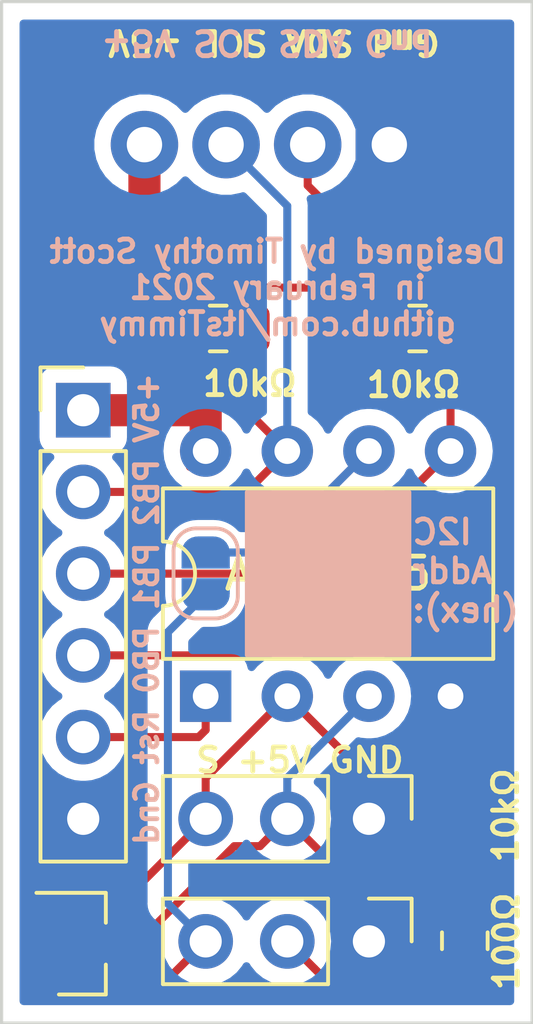
<source format=kicad_pcb>
(kicad_pcb (version 20171130) (host pcbnew "(5.1.0-0)")

  (general
    (thickness 1.6)
    (drawings 17)
    (tracks 59)
    (zones 0)
    (modules 11)
    (nets 11)
  )

  (page A4)
  (layers
    (0 F.Cu signal)
    (31 B.Cu signal)
    (32 B.Adhes user hide)
    (33 F.Adhes user hide)
    (34 B.Paste user hide)
    (35 F.Paste user hide)
    (36 B.SilkS user)
    (37 F.SilkS user)
    (38 B.Mask user)
    (39 F.Mask user)
    (40 Dwgs.User user hide)
    (41 Cmts.User user hide)
    (42 Eco1.User user hide)
    (43 Eco2.User user hide)
    (44 Edge.Cuts user)
    (45 Margin user hide)
    (46 B.CrtYd user hide)
    (47 F.CrtYd user hide)
    (48 B.Fab user hide)
    (49 F.Fab user hide)
  )

  (setup
    (last_trace_width 0.25)
    (user_trace_width 0.25)
    (user_trace_width 0.5)
    (user_trace_width 0.75)
    (user_trace_width 1)
    (trace_clearance 0.2)
    (zone_clearance 0.508)
    (zone_45_only no)
    (trace_min 0.2)
    (via_size 0.8)
    (via_drill 0.4)
    (via_min_size 0.4)
    (via_min_drill 0.3)
    (uvia_size 0.3)
    (uvia_drill 0.1)
    (uvias_allowed no)
    (uvia_min_size 0.2)
    (uvia_min_drill 0.1)
    (edge_width 0.05)
    (segment_width 0.2)
    (pcb_text_width 0.3)
    (pcb_text_size 1.5 1.5)
    (mod_edge_width 0.12)
    (mod_text_size 1 1)
    (mod_text_width 0.15)
    (pad_size 1.8 1.8)
    (pad_drill 1.2)
    (pad_to_mask_clearance 0.051)
    (solder_mask_min_width 0.25)
    (aux_axis_origin 0 0)
    (visible_elements FFFFFF7F)
    (pcbplotparams
      (layerselection 0x010fc_ffffffff)
      (usegerberextensions false)
      (usegerberattributes false)
      (usegerberadvancedattributes false)
      (creategerberjobfile false)
      (excludeedgelayer true)
      (linewidth 0.100000)
      (plotframeref false)
      (viasonmask false)
      (mode 1)
      (useauxorigin false)
      (hpglpennumber 1)
      (hpglpenspeed 20)
      (hpglpendiameter 15.000000)
      (psnegative false)
      (psa4output false)
      (plotreference true)
      (plotvalue true)
      (plotinvisibletext false)
      (padsonsilk false)
      (subtractmaskfromsilk false)
      (outputformat 1)
      (mirror false)
      (drillshape 1)
      (scaleselection 1)
      (outputdirectory ""))
  )

  (net 0 "")
  (net 1 "Net-(I2CConnection1-Pad2)")
  (net 2 "Net-(I2CConnection1-Pad3)")
  (net 3 +5V)
  (net 4 GND)
  (net 5 "Net-(MCU1-Pad2)")
  (net 6 "Net-(MCU1-Pad3)")
  (net 7 "Net-(J1-Pad5)")
  (net 8 "Net-(J1-Pad3)")
  (net 9 "Net-(J2-Pad2)")
  (net 10 "Net-(J2-Pad3)")

  (net_class Default "This is the default net class."
    (clearance 0.2)
    (trace_width 0.25)
    (via_dia 0.8)
    (via_drill 0.4)
    (uvia_dia 0.3)
    (uvia_drill 0.1)
    (add_net +5V)
    (add_net GND)
    (add_net "Net-(I2CConnection1-Pad2)")
    (add_net "Net-(I2CConnection1-Pad3)")
    (add_net "Net-(J1-Pad3)")
    (add_net "Net-(J1-Pad5)")
    (add_net "Net-(J2-Pad2)")
    (add_net "Net-(J2-Pad3)")
    (add_net "Net-(MCU1-Pad2)")
    (add_net "Net-(MCU1-Pad3)")
  )

  (module TerminalBlock_TE-Connectivity:TerminalBlock_TE_282834-4_1x04_P2.54mm_Horizontal (layer F.Cu) (tedit 60315AB1) (tstamp 60315B47)
    (at 50.165 43.815 180)
    (descr "Terminal Block TE 282834-4, 4 pins, pitch 2.54mm, size 10.620000000000001x6.5mm^2, drill diamater 1.1mm, pad diameter 2.1mm, see http://www.te.com/commerce/DocumentDelivery/DDEController?Action=showdoc&DocId=Customer+Drawing%7F282834%7FC1%7Fpdf%7FEnglish%7FENG_CD_282834_C1.pdf, script-generated using https://github.com/pointhi/kicad-footprint-generator/scripts/TerminalBlock_TE-Connectivity")
    (tags "THT Terminal Block TE 282834-4 pitch 2.54mm size 10.620000000000001x6.5mm^2 drill 1.1mm pad 2.1mm")
    (path /602ADF12)
    (fp_text reference I2CConnection1 (at 3.81 -4.37 180) (layer F.SilkS) hide
      (effects (font (size 1 1) (thickness 0.15)))
    )
    (fp_text value Conn_01x04 (at 3.81 4.37 180) (layer F.Fab)
      (effects (font (size 1 1) (thickness 0.15)))
    )
    (fp_circle (center 0 0) (end 1.1 0) (layer F.Fab) (width 0.1))
    (fp_circle (center 2.54 0) (end 3.64 0) (layer F.Fab) (width 0.1))
    (fp_circle (center 5.08 0) (end 6.18 0) (layer F.Fab) (width 0.1))
    (fp_circle (center 7.62 0) (end 8.72 0) (layer F.Fab) (width 0.1))
    (fp_line (start -1.5 -3.25) (end 9.12 -3.25) (layer F.Fab) (width 0.1))
    (fp_line (start 9.12 -3.25) (end 9.12 3.25) (layer F.Fab) (width 0.1))
    (fp_line (start 9.12 3.25) (end -1.1 3.25) (layer F.Fab) (width 0.1))
    (fp_line (start -1.1 3.25) (end -1.5 2.85) (layer F.Fab) (width 0.1))
    (fp_line (start -1.5 2.85) (end -1.5 -3.25) (layer F.Fab) (width 0.1))
    (fp_line (start -1.5 2.85) (end 9.12 2.85) (layer F.Fab) (width 0.1))
    (fp_line (start -1.5 -2.25) (end 9.12 -2.25) (layer F.Fab) (width 0.1))
    (fp_line (start 0.835 -0.7) (end -0.701 0.835) (layer F.Fab) (width 0.1))
    (fp_line (start 0.701 -0.835) (end -0.835 0.7) (layer F.Fab) (width 0.1))
    (fp_line (start 3.375 -0.7) (end 1.84 0.835) (layer F.Fab) (width 0.1))
    (fp_line (start 3.241 -0.835) (end 1.706 0.7) (layer F.Fab) (width 0.1))
    (fp_line (start 5.915 -0.7) (end 4.38 0.835) (layer F.Fab) (width 0.1))
    (fp_line (start 5.781 -0.835) (end 4.246 0.7) (layer F.Fab) (width 0.1))
    (fp_line (start 8.455 -0.7) (end 6.92 0.835) (layer F.Fab) (width 0.1))
    (fp_line (start 8.321 -0.835) (end 6.786 0.7) (layer F.Fab) (width 0.1))
    (fp_line (start -2 -3.75) (end -2 3.75) (layer F.CrtYd) (width 0.05))
    (fp_line (start -2 3.75) (end 9.63 3.75) (layer F.CrtYd) (width 0.05))
    (fp_line (start 9.63 3.75) (end 9.63 -3.75) (layer F.CrtYd) (width 0.05))
    (fp_line (start 9.63 -3.75) (end -2 -3.75) (layer F.CrtYd) (width 0.05))
    (fp_text user %R (at 3.81 2 180) (layer F.Fab)
      (effects (font (size 1 1) (thickness 0.15)))
    )
    (pad 1 thru_hole rect (at 0 0 180) (size 2.1 2.1) (drill 1.1) (layers *.Cu *.Mask)
      (net 4 GND))
    (pad 2 thru_hole circle (at 2.54 0 180) (size 2.1 2.1) (drill 1.1) (layers *.Cu *.Mask)
      (net 1 "Net-(I2CConnection1-Pad2)"))
    (pad 3 thru_hole circle (at 5.08 0 180) (size 2.1 2.1) (drill 1.1) (layers *.Cu *.Mask)
      (net 2 "Net-(I2CConnection1-Pad3)"))
    (pad 4 thru_hole circle (at 7.62 0 180) (size 2.1 2.1) (drill 1.1) (layers *.Cu *.Mask)
      (net 3 +5V))
    (model ${KISYS3DMOD}/TerminalBlock_TE-Connectivity.3dshapes/TerminalBlock_TE_282834-4_1x04_P2.54mm_Horizontal.wrl
      (at (xyz 0 0 0))
      (scale (xyz 1 1 1))
      (rotate (xyz 0 0 0))
    )
  )

  (module Jumper:SolderJumper-2_P1.3mm_Open_RoundedPad1.0x1.5mm (layer B.Cu) (tedit 5B391E66) (tstamp 60307251)
    (at 44.45 57.142929 90)
    (descr "SMD Solder Jumper, 1x1.5mm, rounded Pads, 0.3mm gap, open")
    (tags "solder jumper open")
    (path /603111C4)
    (attr virtual)
    (fp_text reference JP1 (at 0 1.8 90) (layer B.SilkS) hide
      (effects (font (size 1 1) (thickness 0.15)) (justify mirror))
    )
    (fp_text value Jumper_NO_Small (at 0 -1.9 90) (layer B.Fab)
      (effects (font (size 1 1) (thickness 0.15)) (justify mirror))
    )
    (fp_arc (start 0.7 0.3) (end 1.4 0.3) (angle 90) (layer B.SilkS) (width 0.12))
    (fp_arc (start 0.7 -0.3) (end 0.7 -1) (angle 90) (layer B.SilkS) (width 0.12))
    (fp_arc (start -0.7 -0.3) (end -1.4 -0.3) (angle 90) (layer B.SilkS) (width 0.12))
    (fp_arc (start -0.7 0.3) (end -0.7 1) (angle 90) (layer B.SilkS) (width 0.12))
    (fp_line (start -1.4 -0.3) (end -1.4 0.3) (layer B.SilkS) (width 0.12))
    (fp_line (start 0.7 -1) (end -0.7 -1) (layer B.SilkS) (width 0.12))
    (fp_line (start 1.4 0.3) (end 1.4 -0.3) (layer B.SilkS) (width 0.12))
    (fp_line (start -0.7 1) (end 0.7 1) (layer B.SilkS) (width 0.12))
    (fp_line (start -1.65 1.25) (end 1.65 1.25) (layer B.CrtYd) (width 0.05))
    (fp_line (start -1.65 1.25) (end -1.65 -1.25) (layer B.CrtYd) (width 0.05))
    (fp_line (start 1.65 -1.25) (end 1.65 1.25) (layer B.CrtYd) (width 0.05))
    (fp_line (start 1.65 -1.25) (end -1.65 -1.25) (layer B.CrtYd) (width 0.05))
    (pad 1 smd custom (at -0.65 0 90) (size 1 0.5) (layers B.Cu B.Mask)
      (net 10 "Net-(J2-Pad3)") (zone_connect 2)
      (options (clearance outline) (anchor rect))
      (primitives
        (gr_circle (center 0 -0.25) (end 0.5 -0.25) (width 0))
        (gr_circle (center 0 0.25) (end 0.5 0.25) (width 0))
        (gr_poly (pts
           (xy 0 0.75) (xy 0.5 0.75) (xy 0.5 -0.75) (xy 0 -0.75)) (width 0))
      ))
    (pad 2 smd custom (at 0.65 0 90) (size 1 0.5) (layers B.Cu B.Mask)
      (net 8 "Net-(J1-Pad3)") (zone_connect 2)
      (options (clearance outline) (anchor rect))
      (primitives
        (gr_circle (center 0 -0.25) (end 0.5 -0.25) (width 0))
        (gr_circle (center 0 0.25) (end 0.5 0.25) (width 0))
        (gr_poly (pts
           (xy 0 0.75) (xy -0.5 0.75) (xy -0.5 -0.75) (xy 0 -0.75)) (width 0))
      ))
  )

  (module Resistor_SMD:R_0805_2012Metric_Pad1.15x1.40mm_HandSolder (layer F.Cu) (tedit 602C811E) (tstamp 602C871B)
    (at 52.540669 64.380792 270)
    (descr "Resistor SMD 0805 (2012 Metric), square (rectangular) end terminal, IPC_7351 nominal with elongated pad for handsoldering. (Body size source: https://docs.google.com/spreadsheets/d/1BsfQQcO9C6DZCsRaXUlFlo91Tg2WpOkGARC1WS5S8t0/edit?usp=sharing), generated with kicad-footprint-generator")
    (tags "resistor handsolder")
    (path /602CACC9)
    (attr smd)
    (fp_text reference R3 (at 0 -1.65 270) (layer F.SilkS) hide
      (effects (font (size 1 1) (thickness 0.15)))
    )
    (fp_text value 10k (at 0 1.65 270) (layer F.Fab)
      (effects (font (size 1 1) (thickness 0.15)))
    )
    (fp_line (start -1 0.6) (end -1 -0.6) (layer F.Fab) (width 0.1))
    (fp_line (start -1 -0.6) (end 1 -0.6) (layer F.Fab) (width 0.1))
    (fp_line (start 1 -0.6) (end 1 0.6) (layer F.Fab) (width 0.1))
    (fp_line (start 1 0.6) (end -1 0.6) (layer F.Fab) (width 0.1))
    (fp_line (start -1.85 0.95) (end -1.85 -0.95) (layer F.CrtYd) (width 0.05))
    (fp_line (start -1.85 -0.95) (end 1.85 -0.95) (layer F.CrtYd) (width 0.05))
    (fp_line (start 1.85 -0.95) (end 1.85 0.95) (layer F.CrtYd) (width 0.05))
    (fp_line (start 1.85 0.95) (end -1.85 0.95) (layer F.CrtYd) (width 0.05))
    (fp_text user %R (at 0 0 270) (layer F.Fab)
      (effects (font (size 0.5 0.5) (thickness 0.08)))
    )
    (pad 1 smd roundrect (at -1.025 0 270) (size 1.15 1.4) (layers F.Cu F.Paste F.Mask) (roundrect_rratio 0.217391)
      (net 5 "Net-(MCU1-Pad2)"))
    (pad 2 smd roundrect (at 1.025 0 270) (size 1.15 1.4) (layers F.Cu F.Paste F.Mask) (roundrect_rratio 0.217391)
      (net 4 GND))
    (model ${KISYS3DMOD}/Resistor_SMD.3dshapes/R_0805_2012Metric.wrl
      (at (xyz 0 0 0))
      (scale (xyz 1 1 1))
      (rotate (xyz 0 0 0))
    )
  )

  (module Resistor_SMD:R_0805_2012Metric_Pad1.15x1.40mm_HandSolder (layer F.Cu) (tedit 5B36C52B) (tstamp 602B7725)
    (at 51.045 49.53)
    (descr "Resistor SMD 0805 (2012 Metric), square (rectangular) end terminal, IPC_7351 nominal with elongated pad for handsoldering. (Body size source: https://docs.google.com/spreadsheets/d/1BsfQQcO9C6DZCsRaXUlFlo91Tg2WpOkGARC1WS5S8t0/edit?usp=sharing), generated with kicad-footprint-generator")
    (tags "resistor handsolder")
    (path /602CC853)
    (attr smd)
    (fp_text reference I2C_Pullup_SCL1 (at 0 -1.65) (layer F.SilkS) hide
      (effects (font (size 1 1) (thickness 0.15)))
    )
    (fp_text value 10k (at 0 1.65) (layer F.Fab)
      (effects (font (size 1 1) (thickness 0.15)))
    )
    (fp_text user %R (at 0 0) (layer F.Fab)
      (effects (font (size 0.5 0.5) (thickness 0.08)))
    )
    (fp_line (start 1.85 0.95) (end -1.85 0.95) (layer F.CrtYd) (width 0.05))
    (fp_line (start 1.85 -0.95) (end 1.85 0.95) (layer F.CrtYd) (width 0.05))
    (fp_line (start -1.85 -0.95) (end 1.85 -0.95) (layer F.CrtYd) (width 0.05))
    (fp_line (start -1.85 0.95) (end -1.85 -0.95) (layer F.CrtYd) (width 0.05))
    (fp_line (start -0.261252 0.71) (end 0.261252 0.71) (layer F.SilkS) (width 0.12))
    (fp_line (start -0.261252 -0.71) (end 0.261252 -0.71) (layer F.SilkS) (width 0.12))
    (fp_line (start 1 0.6) (end -1 0.6) (layer F.Fab) (width 0.1))
    (fp_line (start 1 -0.6) (end 1 0.6) (layer F.Fab) (width 0.1))
    (fp_line (start -1 -0.6) (end 1 -0.6) (layer F.Fab) (width 0.1))
    (fp_line (start -1 0.6) (end -1 -0.6) (layer F.Fab) (width 0.1))
    (pad 2 smd roundrect (at 1.025 0) (size 1.15 1.4) (layers F.Cu F.Paste F.Mask) (roundrect_rratio 0.217391)
      (net 1 "Net-(I2CConnection1-Pad2)"))
    (pad 1 smd roundrect (at -1.025 0) (size 1.15 1.4) (layers F.Cu F.Paste F.Mask) (roundrect_rratio 0.217391)
      (net 3 +5V))
    (model ${KISYS3DMOD}/Resistor_SMD.3dshapes/R_0805_2012Metric.wrl
      (at (xyz 0 0 0))
      (scale (xyz 1 1 1))
      (rotate (xyz 0 0 0))
    )
  )

  (module Resistor_SMD:R_0805_2012Metric_Pad1.15x1.40mm_HandSolder (layer F.Cu) (tedit 5B36C52B) (tstamp 602B7736)
    (at 44.84 49.53)
    (descr "Resistor SMD 0805 (2012 Metric), square (rectangular) end terminal, IPC_7351 nominal with elongated pad for handsoldering. (Body size source: https://docs.google.com/spreadsheets/d/1BsfQQcO9C6DZCsRaXUlFlo91Tg2WpOkGARC1WS5S8t0/edit?usp=sharing), generated with kicad-footprint-generator")
    (tags "resistor handsolder")
    (path /602C8F78)
    (attr smd)
    (fp_text reference I2C_Pullup_SDA1 (at 0 -1.65) (layer F.SilkS) hide
      (effects (font (size 1 1) (thickness 0.15)))
    )
    (fp_text value 10k (at 0 1.65) (layer F.Fab)
      (effects (font (size 1 1) (thickness 0.15)))
    )
    (fp_line (start -1 0.6) (end -1 -0.6) (layer F.Fab) (width 0.1))
    (fp_line (start -1 -0.6) (end 1 -0.6) (layer F.Fab) (width 0.1))
    (fp_line (start 1 -0.6) (end 1 0.6) (layer F.Fab) (width 0.1))
    (fp_line (start 1 0.6) (end -1 0.6) (layer F.Fab) (width 0.1))
    (fp_line (start -0.261252 -0.71) (end 0.261252 -0.71) (layer F.SilkS) (width 0.12))
    (fp_line (start -0.261252 0.71) (end 0.261252 0.71) (layer F.SilkS) (width 0.12))
    (fp_line (start -1.85 0.95) (end -1.85 -0.95) (layer F.CrtYd) (width 0.05))
    (fp_line (start -1.85 -0.95) (end 1.85 -0.95) (layer F.CrtYd) (width 0.05))
    (fp_line (start 1.85 -0.95) (end 1.85 0.95) (layer F.CrtYd) (width 0.05))
    (fp_line (start 1.85 0.95) (end -1.85 0.95) (layer F.CrtYd) (width 0.05))
    (fp_text user %R (at 0 0) (layer F.Fab)
      (effects (font (size 0.5 0.5) (thickness 0.08)))
    )
    (pad 1 smd roundrect (at -1.025 0) (size 1.15 1.4) (layers F.Cu F.Paste F.Mask) (roundrect_rratio 0.217391)
      (net 3 +5V))
    (pad 2 smd roundrect (at 1.025 0) (size 1.15 1.4) (layers F.Cu F.Paste F.Mask) (roundrect_rratio 0.217391)
      (net 2 "Net-(I2CConnection1-Pad3)"))
    (model ${KISYS3DMOD}/Resistor_SMD.3dshapes/R_0805_2012Metric.wrl
      (at (xyz 0 0 0))
      (scale (xyz 1 1 1))
      (rotate (xyz 0 0 0))
    )
  )

  (module Package_DIP:DIP-8_W7.62mm (layer F.Cu) (tedit 5A02E8C5) (tstamp 602B776C)
    (at 44.45 60.96 90)
    (descr "8-lead though-hole mounted DIP package, row spacing 7.62 mm (300 mils)")
    (tags "THT DIP DIL PDIP 2.54mm 7.62mm 300mil")
    (path /6029EE90)
    (fp_text reference MCU1 (at 3.81 -2.33 90) (layer F.SilkS) hide
      (effects (font (size 1 1) (thickness 0.15)))
    )
    (fp_text value ATtiny85-20PU (at 3.81 9.95 90) (layer F.Fab)
      (effects (font (size 1 1) (thickness 0.15)))
    )
    (fp_arc (start 3.81 -1.33) (end 2.81 -1.33) (angle -180) (layer F.SilkS) (width 0.12))
    (fp_line (start 1.635 -1.27) (end 6.985 -1.27) (layer F.Fab) (width 0.1))
    (fp_line (start 6.985 -1.27) (end 6.985 8.89) (layer F.Fab) (width 0.1))
    (fp_line (start 6.985 8.89) (end 0.635 8.89) (layer F.Fab) (width 0.1))
    (fp_line (start 0.635 8.89) (end 0.635 -0.27) (layer F.Fab) (width 0.1))
    (fp_line (start 0.635 -0.27) (end 1.635 -1.27) (layer F.Fab) (width 0.1))
    (fp_line (start 2.81 -1.33) (end 1.16 -1.33) (layer F.SilkS) (width 0.12))
    (fp_line (start 1.16 -1.33) (end 1.16 8.95) (layer F.SilkS) (width 0.12))
    (fp_line (start 1.16 8.95) (end 6.46 8.95) (layer F.SilkS) (width 0.12))
    (fp_line (start 6.46 8.95) (end 6.46 -1.33) (layer F.SilkS) (width 0.12))
    (fp_line (start 6.46 -1.33) (end 4.81 -1.33) (layer F.SilkS) (width 0.12))
    (fp_line (start -1.1 -1.55) (end -1.1 9.15) (layer F.CrtYd) (width 0.05))
    (fp_line (start -1.1 9.15) (end 8.7 9.15) (layer F.CrtYd) (width 0.05))
    (fp_line (start 8.7 9.15) (end 8.7 -1.55) (layer F.CrtYd) (width 0.05))
    (fp_line (start 8.7 -1.55) (end -1.1 -1.55) (layer F.CrtYd) (width 0.05))
    (fp_text user %R (at 3.81 3.81 90) (layer F.Fab)
      (effects (font (size 1 1) (thickness 0.15)))
    )
    (pad 1 thru_hole rect (at 0 0 90) (size 1.6 1.6) (drill 0.8) (layers *.Cu *.Mask)
      (net 7 "Net-(J1-Pad5)"))
    (pad 5 thru_hole oval (at 7.62 7.62 90) (size 1.6 1.6) (drill 0.8) (layers *.Cu *.Mask)
      (net 1 "Net-(I2CConnection1-Pad2)"))
    (pad 2 thru_hole oval (at 0 2.54 90) (size 1.6 1.6) (drill 0.8) (layers *.Cu *.Mask)
      (net 5 "Net-(MCU1-Pad2)"))
    (pad 6 thru_hole oval (at 7.62 5.08 90) (size 1.6 1.6) (drill 0.8) (layers *.Cu *.Mask)
      (net 8 "Net-(J1-Pad3)"))
    (pad 3 thru_hole oval (at 0 5.08 90) (size 1.6 1.6) (drill 0.8) (layers *.Cu *.Mask)
      (net 6 "Net-(MCU1-Pad3)"))
    (pad 7 thru_hole oval (at 7.62 2.54 90) (size 1.6 1.6) (drill 0.8) (layers *.Cu *.Mask)
      (net 2 "Net-(I2CConnection1-Pad3)"))
    (pad 4 thru_hole oval (at 0 7.62 90) (size 1.6 1.6) (drill 0.8) (layers *.Cu *.Mask)
      (net 4 GND))
    (pad 8 thru_hole oval (at 7.62 0 90) (size 1.6 1.6) (drill 0.8) (layers *.Cu *.Mask)
      (net 3 +5V))
    (model ${KISYS3DMOD}/Package_DIP.3dshapes/DIP-8_W7.62mm.wrl
      (at (xyz 0 0 0))
      (scale (xyz 1 1 1))
      (rotate (xyz 0 0 0))
    )
  )

  (module Connector_PinHeader_2.54mm:PinHeader_1x06_P2.54mm_Vertical (layer F.Cu) (tedit 59FED5CC) (tstamp 602B3D6A)
    (at 40.64 52.07)
    (descr "Through hole straight pin header, 1x06, 2.54mm pitch, single row")
    (tags "Through hole pin header THT 1x06 2.54mm single row")
    (path /602C5DB4)
    (fp_text reference J1 (at 0 -2.33) (layer F.SilkS) hide
      (effects (font (size 1 1) (thickness 0.15)))
    )
    (fp_text value Conn_01x06_Female (at 0 15.03) (layer F.Fab)
      (effects (font (size 1 1) (thickness 0.15)))
    )
    (fp_line (start -0.635 -1.27) (end 1.27 -1.27) (layer F.Fab) (width 0.1))
    (fp_line (start 1.27 -1.27) (end 1.27 13.97) (layer F.Fab) (width 0.1))
    (fp_line (start 1.27 13.97) (end -1.27 13.97) (layer F.Fab) (width 0.1))
    (fp_line (start -1.27 13.97) (end -1.27 -0.635) (layer F.Fab) (width 0.1))
    (fp_line (start -1.27 -0.635) (end -0.635 -1.27) (layer F.Fab) (width 0.1))
    (fp_line (start -1.33 14.03) (end 1.33 14.03) (layer F.SilkS) (width 0.12))
    (fp_line (start -1.33 1.27) (end -1.33 14.03) (layer F.SilkS) (width 0.12))
    (fp_line (start 1.33 1.27) (end 1.33 14.03) (layer F.SilkS) (width 0.12))
    (fp_line (start -1.33 1.27) (end 1.33 1.27) (layer F.SilkS) (width 0.12))
    (fp_line (start -1.33 0) (end -1.33 -1.33) (layer F.SilkS) (width 0.12))
    (fp_line (start -1.33 -1.33) (end 0 -1.33) (layer F.SilkS) (width 0.12))
    (fp_line (start -1.8 -1.8) (end -1.8 14.5) (layer F.CrtYd) (width 0.05))
    (fp_line (start -1.8 14.5) (end 1.8 14.5) (layer F.CrtYd) (width 0.05))
    (fp_line (start 1.8 14.5) (end 1.8 -1.8) (layer F.CrtYd) (width 0.05))
    (fp_line (start 1.8 -1.8) (end -1.8 -1.8) (layer F.CrtYd) (width 0.05))
    (fp_text user %R (at 0 6.35 90) (layer F.Fab)
      (effects (font (size 1 1) (thickness 0.15)))
    )
    (pad 1 thru_hole rect (at 0 0) (size 1.7 1.7) (drill 1) (layers *.Cu *.Mask)
      (net 3 +5V))
    (pad 2 thru_hole oval (at 0 2.54) (size 1.7 1.7) (drill 1) (layers *.Cu *.Mask)
      (net 2 "Net-(I2CConnection1-Pad3)"))
    (pad 3 thru_hole oval (at 0 5.08) (size 1.7 1.7) (drill 1) (layers *.Cu *.Mask)
      (net 8 "Net-(J1-Pad3)"))
    (pad 4 thru_hole oval (at 0 7.62) (size 1.7 1.7) (drill 1) (layers *.Cu *.Mask)
      (net 1 "Net-(I2CConnection1-Pad2)"))
    (pad 5 thru_hole oval (at 0 10.16) (size 1.7 1.7) (drill 1) (layers *.Cu *.Mask)
      (net 7 "Net-(J1-Pad5)"))
    (pad 6 thru_hole oval (at 0 12.7) (size 1.7 1.7) (drill 1) (layers *.Cu *.Mask)
      (net 4 GND))
    (model ${KISYS3DMOD}/Connector_PinHeader_2.54mm.3dshapes/PinHeader_1x06_P2.54mm_Vertical.wrl
      (at (xyz 0 0 0))
      (scale (xyz 1 1 1))
      (rotate (xyz 0 0 0))
    )
  )

  (module Package_TO_SOT_SMD:SOT-23 (layer F.Cu) (tedit 5A02FF57) (tstamp 602C874F)
    (at 40.583516 68.650871)
    (descr "SOT-23, Standard")
    (tags SOT-23)
    (path /602C820F)
    (attr smd)
    (fp_text reference Q1 (at 0 -2.5) (layer F.SilkS) hide
      (effects (font (size 1 1) (thickness 0.15)))
    )
    (fp_text value 2N3904 (at 0 2.5) (layer F.Fab)
      (effects (font (size 1 1) (thickness 0.15)))
    )
    (fp_text user %R (at 0 0 90) (layer F.Fab)
      (effects (font (size 0.5 0.5) (thickness 0.075)))
    )
    (fp_line (start -0.7 -0.95) (end -0.7 1.5) (layer F.Fab) (width 0.1))
    (fp_line (start -0.15 -1.52) (end 0.7 -1.52) (layer F.Fab) (width 0.1))
    (fp_line (start -0.7 -0.95) (end -0.15 -1.52) (layer F.Fab) (width 0.1))
    (fp_line (start 0.7 -1.52) (end 0.7 1.52) (layer F.Fab) (width 0.1))
    (fp_line (start -0.7 1.52) (end 0.7 1.52) (layer F.Fab) (width 0.1))
    (fp_line (start 0.76 1.58) (end 0.76 0.65) (layer F.SilkS) (width 0.12))
    (fp_line (start 0.76 -1.58) (end 0.76 -0.65) (layer F.SilkS) (width 0.12))
    (fp_line (start -1.7 -1.75) (end 1.7 -1.75) (layer F.CrtYd) (width 0.05))
    (fp_line (start 1.7 -1.75) (end 1.7 1.75) (layer F.CrtYd) (width 0.05))
    (fp_line (start 1.7 1.75) (end -1.7 1.75) (layer F.CrtYd) (width 0.05))
    (fp_line (start -1.7 1.75) (end -1.7 -1.75) (layer F.CrtYd) (width 0.05))
    (fp_line (start 0.76 -1.58) (end -1.4 -1.58) (layer F.SilkS) (width 0.12))
    (fp_line (start 0.76 1.58) (end -0.7 1.58) (layer F.SilkS) (width 0.12))
    (pad 1 smd rect (at -1 -0.95) (size 0.9 0.8) (layers F.Cu F.Paste F.Mask)
      (net 5 "Net-(MCU1-Pad2)"))
    (pad 2 smd rect (at -1 0.95) (size 0.9 0.8) (layers F.Cu F.Paste F.Mask)
      (net 10 "Net-(J2-Pad3)"))
    (pad 3 smd rect (at 1 0) (size 0.9 0.8) (layers F.Cu F.Paste F.Mask)
      (net 6 "Net-(MCU1-Pad3)"))
    (model ${KISYS3DMOD}/Package_TO_SOT_SMD.3dshapes/SOT-23.wrl
      (at (xyz 0 0 0))
      (scale (xyz 1 1 1))
      (rotate (xyz 0 0 0))
    )
  )

  (module Resistor_SMD:R_0805_2012Metric_Pad1.15x1.40mm_HandSolder (layer F.Cu) (tedit 5B36C52B) (tstamp 602C86EB)
    (at 52.514238 68.560694 270)
    (descr "Resistor SMD 0805 (2012 Metric), square (rectangular) end terminal, IPC_7351 nominal with elongated pad for handsoldering. (Body size source: https://docs.google.com/spreadsheets/d/1BsfQQcO9C6DZCsRaXUlFlo91Tg2WpOkGARC1WS5S8t0/edit?usp=sharing), generated with kicad-footprint-generator")
    (tags "resistor handsolder")
    (path /602CC4B8)
    (attr smd)
    (fp_text reference R4 (at 0 -1.65 270) (layer F.SilkS) hide
      (effects (font (size 1 1) (thickness 0.15)))
    )
    (fp_text value 100 (at 0 1.65 270) (layer F.Fab)
      (effects (font (size 1 1) (thickness 0.15)))
    )
    (fp_text user %R (at 0 0 270) (layer F.Fab)
      (effects (font (size 0.5 0.5) (thickness 0.08)))
    )
    (fp_line (start 1.85 0.95) (end -1.85 0.95) (layer F.CrtYd) (width 0.05))
    (fp_line (start 1.85 -0.95) (end 1.85 0.95) (layer F.CrtYd) (width 0.05))
    (fp_line (start -1.85 -0.95) (end 1.85 -0.95) (layer F.CrtYd) (width 0.05))
    (fp_line (start -1.85 0.95) (end -1.85 -0.95) (layer F.CrtYd) (width 0.05))
    (fp_line (start -0.261252 0.71) (end 0.261252 0.71) (layer F.SilkS) (width 0.12))
    (fp_line (start -0.261252 -0.71) (end 0.261252 -0.71) (layer F.SilkS) (width 0.12))
    (fp_line (start 1 0.6) (end -1 0.6) (layer F.Fab) (width 0.1))
    (fp_line (start 1 -0.6) (end 1 0.6) (layer F.Fab) (width 0.1))
    (fp_line (start -1 -0.6) (end 1 -0.6) (layer F.Fab) (width 0.1))
    (fp_line (start -1 0.6) (end -1 -0.6) (layer F.Fab) (width 0.1))
    (pad 2 smd roundrect (at 1.025 0 270) (size 1.15 1.4) (layers F.Cu F.Paste F.Mask) (roundrect_rratio 0.217391)
      (net 9 "Net-(J2-Pad2)"))
    (pad 1 smd roundrect (at -1.025 0 270) (size 1.15 1.4) (layers F.Cu F.Paste F.Mask) (roundrect_rratio 0.217391)
      (net 6 "Net-(MCU1-Pad3)"))
    (model ${KISYS3DMOD}/Resistor_SMD.3dshapes/R_0805_2012Metric.wrl
      (at (xyz 0 0 0))
      (scale (xyz 1 1 1))
      (rotate (xyz 0 0 0))
    )
  )

  (module Connector_PinHeader_2.54mm:PinHeader_1x03_P2.54mm_Vertical (layer F.Cu) (tedit 59FED5CC) (tstamp 602CE127)
    (at 49.53 64.77 270)
    (descr "Through hole straight pin header, 1x03, 2.54mm pitch, single row")
    (tags "Through hole pin header THT 1x03 2.54mm single row")
    (path /602CE4CB)
    (fp_text reference MoistureSensor1 (at 0 -2.33 270) (layer F.SilkS) hide
      (effects (font (size 1 1) (thickness 0.15)))
    )
    (fp_text value Conn_01x03 (at 0 7.41 270) (layer F.Fab)
      (effects (font (size 1 1) (thickness 0.15)))
    )
    (fp_line (start -0.635 -1.27) (end 1.27 -1.27) (layer F.Fab) (width 0.1))
    (fp_line (start 1.27 -1.27) (end 1.27 6.35) (layer F.Fab) (width 0.1))
    (fp_line (start 1.27 6.35) (end -1.27 6.35) (layer F.Fab) (width 0.1))
    (fp_line (start -1.27 6.35) (end -1.27 -0.635) (layer F.Fab) (width 0.1))
    (fp_line (start -1.27 -0.635) (end -0.635 -1.27) (layer F.Fab) (width 0.1))
    (fp_line (start -1.33 6.41) (end 1.33 6.41) (layer F.SilkS) (width 0.12))
    (fp_line (start -1.33 1.27) (end -1.33 6.41) (layer F.SilkS) (width 0.12))
    (fp_line (start 1.33 1.27) (end 1.33 6.41) (layer F.SilkS) (width 0.12))
    (fp_line (start -1.33 1.27) (end 1.33 1.27) (layer F.SilkS) (width 0.12))
    (fp_line (start -1.33 0) (end -1.33 -1.33) (layer F.SilkS) (width 0.12))
    (fp_line (start -1.33 -1.33) (end 0 -1.33) (layer F.SilkS) (width 0.12))
    (fp_line (start -1.8 -1.8) (end -1.8 6.85) (layer F.CrtYd) (width 0.05))
    (fp_line (start -1.8 6.85) (end 1.8 6.85) (layer F.CrtYd) (width 0.05))
    (fp_line (start 1.8 6.85) (end 1.8 -1.8) (layer F.CrtYd) (width 0.05))
    (fp_line (start 1.8 -1.8) (end -1.8 -1.8) (layer F.CrtYd) (width 0.05))
    (fp_text user %R (at 0 2.54) (layer F.Fab)
      (effects (font (size 1 1) (thickness 0.15)))
    )
    (pad 1 thru_hole rect (at 0 0 270) (size 1.7 1.7) (drill 1) (layers *.Cu *.Mask)
      (net 4 GND))
    (pad 2 thru_hole oval (at 0 2.54 270) (size 1.7 1.7) (drill 1) (layers *.Cu *.Mask)
      (net 6 "Net-(MCU1-Pad3)"))
    (pad 3 thru_hole oval (at 0 5.08 270) (size 1.7 1.7) (drill 1) (layers *.Cu *.Mask)
      (net 5 "Net-(MCU1-Pad2)"))
    (model ${KISYS3DMOD}/Connector_PinHeader_2.54mm.3dshapes/PinHeader_1x03_P2.54mm_Vertical.wrl
      (at (xyz 0 0 0))
      (scale (xyz 1 1 1))
      (rotate (xyz 0 0 0))
    )
  )

  (module Connector_PinHeader_2.54mm:PinHeader_1x03_P2.54mm_Vertical (layer F.Cu) (tedit 59FED5CC) (tstamp 60306E62)
    (at 49.53 68.58 270)
    (descr "Through hole straight pin header, 1x03, 2.54mm pitch, single row")
    (tags "Through hole pin header THT 1x03 2.54mm single row")
    (path /6030C837)
    (fp_text reference J2 (at 0 -2.33 270) (layer F.SilkS) hide
      (effects (font (size 1 1) (thickness 0.15)))
    )
    (fp_text value Conn_01x03 (at 0 7.41 270) (layer F.Fab)
      (effects (font (size 1 1) (thickness 0.15)))
    )
    (fp_line (start -0.635 -1.27) (end 1.27 -1.27) (layer F.Fab) (width 0.1))
    (fp_line (start 1.27 -1.27) (end 1.27 6.35) (layer F.Fab) (width 0.1))
    (fp_line (start 1.27 6.35) (end -1.27 6.35) (layer F.Fab) (width 0.1))
    (fp_line (start -1.27 6.35) (end -1.27 -0.635) (layer F.Fab) (width 0.1))
    (fp_line (start -1.27 -0.635) (end -0.635 -1.27) (layer F.Fab) (width 0.1))
    (fp_line (start -1.33 6.41) (end 1.33 6.41) (layer F.SilkS) (width 0.12))
    (fp_line (start -1.33 1.27) (end -1.33 6.41) (layer F.SilkS) (width 0.12))
    (fp_line (start 1.33 1.27) (end 1.33 6.41) (layer F.SilkS) (width 0.12))
    (fp_line (start -1.33 1.27) (end 1.33 1.27) (layer F.SilkS) (width 0.12))
    (fp_line (start -1.33 0) (end -1.33 -1.33) (layer F.SilkS) (width 0.12))
    (fp_line (start -1.33 -1.33) (end 0 -1.33) (layer F.SilkS) (width 0.12))
    (fp_line (start -1.8 -1.8) (end -1.8 6.85) (layer F.CrtYd) (width 0.05))
    (fp_line (start -1.8 6.85) (end 1.8 6.85) (layer F.CrtYd) (width 0.05))
    (fp_line (start 1.8 6.85) (end 1.8 -1.8) (layer F.CrtYd) (width 0.05))
    (fp_line (start 1.8 -1.8) (end -1.8 -1.8) (layer F.CrtYd) (width 0.05))
    (fp_text user %R (at 0 2.54) (layer F.Fab)
      (effects (font (size 1 1) (thickness 0.15)))
    )
    (pad 1 thru_hole rect (at 0 0 270) (size 1.7 1.7) (drill 1) (layers *.Cu *.Mask)
      (net 4 GND))
    (pad 2 thru_hole oval (at 0 2.54 270) (size 1.7 1.7) (drill 1) (layers *.Cu *.Mask)
      (net 9 "Net-(J2-Pad2)"))
    (pad 3 thru_hole oval (at 0 5.08 270) (size 1.7 1.7) (drill 1) (layers *.Cu *.Mask)
      (net 10 "Net-(J2-Pad3)"))
    (model ${KISYS3DMOD}/Connector_PinHeader_2.54mm.3dshapes/PinHeader_1x03_P2.54mm_Vertical.wrl
      (at (xyz 0 0 0))
      (scale (xyz 1 1 1))
      (rotate (xyz 0 0 0))
    )
  )

  (gr_text "2 plain analog sensors:\n  - No transistor or 10k resistor\n  - Bridge 100 ohm resistor and jumper on back\n1 soil moisture sensor:\n  - Populate all components\n  - Connect probes to bottom left 2 pins" (at 55.88 66.04) (layer Cmts.User)
    (effects (font (size 1 1) (thickness 0.15)) (justify left))
  )
  (gr_line (start 38.1 39.37) (end 54.61 39.37) (layer Edge.Cuts) (width 0.1))
  (gr_line (start 38.1 71.12) (end 38.1 39.37) (layer Edge.Cuts) (width 0.1))
  (gr_line (start 54.61 71.12) (end 38.1 71.12) (layer Edge.Cuts) (width 0.1))
  (gr_line (start 54.61 39.37) (end 54.61 71.12) (layer Edge.Cuts) (width 0.1))
  (gr_text 10kΩ (at 53.786178 64.662332 90) (layer F.SilkS) (tstamp 602CDF10)
    (effects (font (size 0.75 0.75) (thickness 0.15)))
  )
  (gr_text 100Ω (at 53.808663 68.578186 90) (layer F.SilkS) (tstamp 602CDE66)
    (effects (font (size 0.75 0.75) (thickness 0.15)))
  )
  (gr_poly (pts (xy 50.8 59.69) (xy 50.8 54.61) (xy 45.72 54.61) (xy 45.72 59.69)) (layer B.SilkS) (width 0.1))
  (gr_text "I2C\nAddr\n(hex):" (at 50.8 57.066203) (layer B.SilkS)
    (effects (font (size 0.75 0.75) (thickness 0.15)) (justify right mirror))
  )
  (gr_text "Designed by Timothy Scott\nin February 2021\ngithub.com/ItsTimmy" (at 46.694369 48.26) (layer B.SilkS)
    (effects (font (size 0.7 0.7) (thickness 0.15)) (justify mirror))
  )
  (gr_text "+5V SCL SDA Gnd" (at 46.355 40.64 180) (layer B.SilkS) (tstamp 602B9C33)
    (effects (font (size 0.75 0.75) (thickness 0.15)) (justify mirror))
  )
  (gr_text "S +5V GND" (at 47.38036 62.949972) (layer F.SilkS) (tstamp 602B935E)
    (effects (font (size 0.75 0.75) (thickness 0.15)))
  )
  (gr_text ATTiny85 (at 48.26 57.15) (layer F.SilkS)
    (effects (font (size 1 1) (thickness 0.15)))
  )
  (gr_text 10kΩ (at 50.923976 51.282067) (layer F.SilkS) (tstamp 602B4388)
    (effects (font (size 0.75 0.75) (thickness 0.15)))
  )
  (gr_text 10kΩ (at 45.827668 51.246178) (layer F.SilkS)
    (effects (font (size 0.75 0.75) (thickness 0.15)))
  )
  (gr_text "+5V PB2 PB1 PB0 Rst Gnd" (at 42.616534 58.251361 90) (layer B.SilkS) (tstamp 602B437D)
    (effects (font (size 0.7 0.7) (thickness 0.15)) (justify mirror))
  )
  (gr_text "Gnd SDA SCL +5V" (at 46.579614 40.64 180) (layer F.SilkS)
    (effects (font (size 0.75 0.75) (thickness 0.15)))
  )

  (segment (start 52.07 49.53) (end 52.07 53.34) (width 0.25) (layer F.Cu) (net 1))
  (segment (start 45.72 59.69) (end 52.07 53.34) (width 0.25) (layer F.Cu) (net 1))
  (segment (start 40.64 59.69) (end 45.72 59.69) (width 0.25) (layer F.Cu) (net 1))
  (segment (start 47.625 45.085) (end 47.625 43.815) (width 0.25) (layer F.Cu) (net 1))
  (segment (start 52.07 49.53) (end 47.625 45.085) (width 0.25) (layer F.Cu) (net 1))
  (segment (start 45.72 54.61) (end 46.99 53.34) (width 0.25) (layer F.Cu) (net 2))
  (segment (start 40.64 54.61) (end 45.72 54.61) (width 0.25) (layer F.Cu) (net 2))
  (segment (start 46.99 45.72) (end 45.085 43.815) (width 0.25) (layer B.Cu) (net 2))
  (segment (start 46.99 53.34) (end 46.99 45.72) (width 0.25) (layer B.Cu) (net 2))
  (segment (start 45.865 52.215) (end 46.99 53.34) (width 0.25) (layer F.Cu) (net 2))
  (segment (start 45.865 49.53) (end 45.865 52.215) (width 0.25) (layer F.Cu) (net 2))
  (segment (start 43.96 53.83) (end 44.45 53.34) (width 0.25) (layer F.Cu) (net 3))
  (segment (start 50.02 49.53) (end 48.75 48.26) (width 0.25) (layer F.Cu) (net 3))
  (segment (start 44.45 53.34) (end 44.45 52.07) (width 1) (layer F.Cu) (net 3))
  (segment (start 42.545 48.26) (end 43.815 49.53) (width 1) (layer F.Cu) (net 3))
  (segment (start 42.545 43.815) (end 42.545 48.26) (width 1) (layer F.Cu) (net 3))
  (segment (start 42.545 52.07) (end 44.45 52.07) (width 1) (layer F.Cu) (net 3))
  (segment (start 40.64 52.07) (end 42.545 52.07) (width 1) (layer F.Cu) (net 3))
  (segment (start 42.545 50.8) (end 42.545 52.07) (width 1) (layer F.Cu) (net 3))
  (segment (start 43.815 49.53) (end 42.545 50.8) (width 1) (layer F.Cu) (net 3))
  (segment (start 42.545 48.26) (end 42.545 50.8) (width 1) (layer F.Cu) (net 3))
  (segment (start 45.085 48.26) (end 48.75 48.26) (width 0.25) (layer F.Cu) (net 3))
  (segment (start 43.815 49.53) (end 45.085 48.26) (width 0.25) (layer F.Cu) (net 3))
  (segment (start 52.463928 61.353928) (end 52.07 60.96) (width 0.25) (layer F.Cu) (net 4))
  (segment (start 50.165792 65.405792) (end 49.53 64.77) (width 0.25) (layer F.Cu) (net 4))
  (segment (start 52.540669 65.405792) (end 50.165792 65.405792) (width 0.25) (layer F.Cu) (net 4))
  (segment (start 44.45 63.5) (end 46.99 60.96) (width 0.25) (layer F.Cu) (net 5))
  (segment (start 44.45 64.77) (end 44.45 63.5) (width 0.25) (layer F.Cu) (net 5))
  (segment (start 49.385792 63.355792) (end 46.99 60.96) (width 0.25) (layer F.Cu) (net 5))
  (segment (start 52.540669 63.355792) (end 49.385792 63.355792) (width 0.25) (layer F.Cu) (net 5))
  (segment (start 41.519129 67.700871) (end 44.45 64.77) (width 0.25) (layer F.Cu) (net 5))
  (segment (start 39.583516 67.700871) (end 41.519129 67.700871) (width 0.25) (layer F.Cu) (net 5))
  (segment (start 46.99 63.5) (end 49.53 60.96) (width 0.25) (layer B.Cu) (net 6))
  (segment (start 46.99 64.77) (end 46.99 63.5) (width 0.25) (layer B.Cu) (net 6))
  (segment (start 46.140001 65.619999) (end 46.99 64.77) (width 0.25) (layer F.Cu) (net 6))
  (segment (start 42.308131 68.650871) (end 45.339003 65.619999) (width 0.25) (layer F.Cu) (net 6))
  (segment (start 45.339003 65.619999) (end 46.140001 65.619999) (width 0.25) (layer F.Cu) (net 6))
  (segment (start 41.583516 68.650871) (end 42.308131 68.650871) (width 0.25) (layer F.Cu) (net 6))
  (segment (start 51.890866 66.912322) (end 52.514238 67.535694) (width 0.25) (layer F.Cu) (net 6))
  (segment (start 50.923545 65.945001) (end 51.890866 66.912322) (width 0.25) (layer F.Cu) (net 6))
  (segment (start 48.165001 65.945001) (end 50.923545 65.945001) (width 0.25) (layer F.Cu) (net 6))
  (segment (start 46.99 64.77) (end 48.165001 65.945001) (width 0.25) (layer F.Cu) (net 6))
  (segment (start 44.45 62.01) (end 44.45 60.96) (width 0.25) (layer F.Cu) (net 7))
  (segment (start 44.23 62.23) (end 44.45 62.01) (width 0.25) (layer F.Cu) (net 7))
  (segment (start 40.64 62.23) (end 44.23 62.23) (width 0.25) (layer F.Cu) (net 7))
  (segment (start 45.72 57.15) (end 49.53 53.34) (width 0.25) (layer F.Cu) (net 8))
  (segment (start 40.64 57.15) (end 45.72 57.15) (width 0.25) (layer F.Cu) (net 8))
  (segment (start 46.377071 56.492929) (end 49.53 53.34) (width 0.25) (layer B.Cu) (net 8))
  (segment (start 44.45 56.492929) (end 46.377071 56.492929) (width 0.25) (layer B.Cu) (net 8))
  (segment (start 48.619066 70.209066) (end 47.839999 69.429999) (width 0.25) (layer F.Cu) (net 9))
  (segment (start 47.839999 69.429999) (end 46.99 68.58) (width 0.25) (layer F.Cu) (net 9))
  (segment (start 51.890866 70.209066) (end 48.619066 70.209066) (width 0.25) (layer F.Cu) (net 9))
  (segment (start 52.514238 69.585694) (end 51.890866 70.209066) (width 0.25) (layer F.Cu) (net 9))
  (segment (start 43.600001 67.730001) (end 44.45 68.58) (width 0.25) (layer B.Cu) (net 10))
  (segment (start 43.274999 67.404999) (end 43.600001 67.730001) (width 0.25) (layer B.Cu) (net 10))
  (segment (start 43.274999 58.96793) (end 43.274999 67.404999) (width 0.25) (layer B.Cu) (net 10))
  (segment (start 44.45 57.792929) (end 43.274999 58.96793) (width 0.25) (layer B.Cu) (net 10))
  (segment (start 43.429129 69.600871) (end 44.45 68.58) (width 0.25) (layer F.Cu) (net 10))
  (segment (start 39.583516 69.600871) (end 43.429129 69.600871) (width 0.25) (layer F.Cu) (net 10))

  (zone (net 4) (net_name GND) (layer B.Cu) (tstamp 6030C1CB) (hatch edge 0.508)
    (connect_pads yes (clearance 0.508))
    (min_thickness 0.254)
    (fill yes (arc_segments 32) (thermal_gap 0.508) (thermal_bridge_width 0.508))
    (polygon
      (pts
        (xy 54.61 63.5) (xy 54.61 71.12) (xy 38.1 71.12) (xy 38.1 39.37) (xy 54.61 39.37)
      )
    )
    (filled_polygon
      (pts
        (xy 53.925001 70.435) (xy 38.785 70.435) (xy 38.785 54.61) (xy 39.147815 54.61) (xy 39.176487 54.901111)
        (xy 39.261401 55.181034) (xy 39.399294 55.439014) (xy 39.584866 55.665134) (xy 39.810986 55.850706) (xy 39.865791 55.88)
        (xy 39.810986 55.909294) (xy 39.584866 56.094866) (xy 39.399294 56.320986) (xy 39.261401 56.578966) (xy 39.176487 56.858889)
        (xy 39.147815 57.15) (xy 39.176487 57.441111) (xy 39.261401 57.721034) (xy 39.399294 57.979014) (xy 39.584866 58.205134)
        (xy 39.810986 58.390706) (xy 39.865791 58.42) (xy 39.810986 58.449294) (xy 39.584866 58.634866) (xy 39.399294 58.860986)
        (xy 39.261401 59.118966) (xy 39.176487 59.398889) (xy 39.147815 59.69) (xy 39.176487 59.981111) (xy 39.261401 60.261034)
        (xy 39.399294 60.519014) (xy 39.584866 60.745134) (xy 39.810986 60.930706) (xy 39.865791 60.96) (xy 39.810986 60.989294)
        (xy 39.584866 61.174866) (xy 39.399294 61.400986) (xy 39.261401 61.658966) (xy 39.176487 61.938889) (xy 39.147815 62.23)
        (xy 39.176487 62.521111) (xy 39.261401 62.801034) (xy 39.399294 63.059014) (xy 39.584866 63.285134) (xy 39.810986 63.470706)
        (xy 40.068966 63.608599) (xy 40.348889 63.693513) (xy 40.56705 63.715) (xy 40.71295 63.715) (xy 40.931111 63.693513)
        (xy 41.211034 63.608599) (xy 41.469014 63.470706) (xy 41.695134 63.285134) (xy 41.880706 63.059014) (xy 42.018599 62.801034)
        (xy 42.103513 62.521111) (xy 42.132185 62.23) (xy 42.103513 61.938889) (xy 42.018599 61.658966) (xy 41.880706 61.400986)
        (xy 41.695134 61.174866) (xy 41.469014 60.989294) (xy 41.414209 60.96) (xy 41.469014 60.930706) (xy 41.695134 60.745134)
        (xy 41.880706 60.519014) (xy 42.018599 60.261034) (xy 42.103513 59.981111) (xy 42.132185 59.69) (xy 42.103513 59.398889)
        (xy 42.018599 59.118966) (xy 41.880706 58.860986) (xy 41.695134 58.634866) (xy 41.469014 58.449294) (xy 41.414209 58.42)
        (xy 41.469014 58.390706) (xy 41.695134 58.205134) (xy 41.880706 57.979014) (xy 42.018599 57.721034) (xy 42.103513 57.441111)
        (xy 42.132185 57.15) (xy 42.103513 56.858889) (xy 42.018599 56.578966) (xy 41.880706 56.320986) (xy 41.695134 56.094866)
        (xy 41.469014 55.909294) (xy 41.414209 55.88) (xy 41.469014 55.850706) (xy 41.695134 55.665134) (xy 41.880706 55.439014)
        (xy 42.018599 55.181034) (xy 42.103513 54.901111) (xy 42.132185 54.61) (xy 42.103513 54.318889) (xy 42.018599 54.038966)
        (xy 41.880706 53.780986) (xy 41.695134 53.554866) (xy 41.665313 53.530393) (xy 41.73418 53.509502) (xy 41.844494 53.450537)
        (xy 41.941185 53.371185) (xy 42.020537 53.274494) (xy 42.079502 53.16418) (xy 42.115812 53.044482) (xy 42.128072 52.92)
        (xy 42.128072 51.22) (xy 42.115812 51.095518) (xy 42.079502 50.97582) (xy 42.020537 50.865506) (xy 41.941185 50.768815)
        (xy 41.844494 50.689463) (xy 41.73418 50.630498) (xy 41.614482 50.594188) (xy 41.49 50.581928) (xy 39.79 50.581928)
        (xy 39.665518 50.594188) (xy 39.54582 50.630498) (xy 39.435506 50.689463) (xy 39.338815 50.768815) (xy 39.259463 50.865506)
        (xy 39.200498 50.97582) (xy 39.164188 51.095518) (xy 39.151928 51.22) (xy 39.151928 52.92) (xy 39.164188 53.044482)
        (xy 39.200498 53.16418) (xy 39.259463 53.274494) (xy 39.338815 53.371185) (xy 39.435506 53.450537) (xy 39.54582 53.509502)
        (xy 39.614687 53.530393) (xy 39.584866 53.554866) (xy 39.399294 53.780986) (xy 39.261401 54.038966) (xy 39.176487 54.318889)
        (xy 39.147815 54.61) (xy 38.785 54.61) (xy 38.785 43.649042) (xy 40.86 43.649042) (xy 40.86 43.980958)
        (xy 40.924754 44.306496) (xy 41.051772 44.613147) (xy 41.236175 44.889125) (xy 41.470875 45.123825) (xy 41.746853 45.308228)
        (xy 42.053504 45.435246) (xy 42.379042 45.5) (xy 42.710958 45.5) (xy 43.036496 45.435246) (xy 43.343147 45.308228)
        (xy 43.619125 45.123825) (xy 43.815 44.92795) (xy 44.010875 45.123825) (xy 44.286853 45.308228) (xy 44.593504 45.435246)
        (xy 44.919042 45.5) (xy 45.250958 45.5) (xy 45.576496 45.435246) (xy 45.614643 45.419445) (xy 46.230001 46.034803)
        (xy 46.23 52.119099) (xy 46.188899 52.141068) (xy 45.970392 52.320392) (xy 45.791068 52.538899) (xy 45.72 52.671858)
        (xy 45.648932 52.538899) (xy 45.469608 52.320392) (xy 45.251101 52.141068) (xy 45.001808 52.007818) (xy 44.731309 51.925764)
        (xy 44.520492 51.905) (xy 44.379508 51.905) (xy 44.168691 51.925764) (xy 43.898192 52.007818) (xy 43.648899 52.141068)
        (xy 43.430392 52.320392) (xy 43.251068 52.538899) (xy 43.117818 52.788192) (xy 43.035764 53.058691) (xy 43.008057 53.34)
        (xy 43.035764 53.621309) (xy 43.117818 53.891808) (xy 43.251068 54.141101) (xy 43.430392 54.359608) (xy 43.648899 54.538932)
        (xy 43.898192 54.672182) (xy 44.168691 54.754236) (xy 44.379508 54.775) (xy 44.520492 54.775) (xy 44.731309 54.754236)
        (xy 45.001808 54.672182) (xy 45.251101 54.538932) (xy 45.469608 54.359608) (xy 45.648932 54.141101) (xy 45.72 54.008142)
        (xy 45.791068 54.141101) (xy 45.970392 54.359608) (xy 46.188899 54.538932) (xy 46.438192 54.672182) (xy 46.708691 54.754236)
        (xy 46.919508 54.775) (xy 47.020199 54.775) (xy 46.06227 55.732929) (xy 45.544569 55.732929) (xy 45.53769 55.724547)
        (xy 45.468382 55.655239) (xy 45.371691 55.575887) (xy 45.290192 55.521431) (xy 45.179875 55.462465) (xy 45.089319 55.424956)
        (xy 44.969623 55.388647) (xy 44.87349 55.369525) (xy 44.749009 55.357265) (xy 44.72445 55.357265) (xy 44.7 55.354857)
        (xy 44.2 55.354857) (xy 44.17555 55.357265) (xy 44.150991 55.357265) (xy 44.02651 55.369525) (xy 43.930377 55.388647)
        (xy 43.810681 55.424956) (xy 43.720125 55.462465) (xy 43.609808 55.521431) (xy 43.528309 55.575887) (xy 43.431618 55.655239)
        (xy 43.36231 55.724547) (xy 43.282958 55.821238) (xy 43.228502 55.902737) (xy 43.169536 56.013054) (xy 43.132027 56.10361)
        (xy 43.095718 56.223306) (xy 43.076596 56.319439) (xy 43.064336 56.44392) (xy 43.064336 56.468479) (xy 43.061928 56.492929)
        (xy 43.061928 56.992929) (xy 43.074188 57.117411) (xy 43.081929 57.142929) (xy 43.074188 57.168447) (xy 43.061928 57.292929)
        (xy 43.061928 57.792929) (xy 43.064336 57.817379) (xy 43.064336 57.841938) (xy 43.076596 57.966419) (xy 43.095718 58.062552)
        (xy 43.098012 58.070115) (xy 42.764002 58.404126) (xy 42.734998 58.427929) (xy 42.704887 58.46462) (xy 42.640025 58.543654)
        (xy 42.593541 58.630619) (xy 42.569453 58.675684) (xy 42.525996 58.818945) (xy 42.514999 58.930598) (xy 42.514999 58.930608)
        (xy 42.511323 58.96793) (xy 42.514999 59.005252) (xy 42.515 67.367667) (xy 42.511323 67.404999) (xy 42.525997 67.553984)
        (xy 42.569453 67.697245) (xy 42.640025 67.829275) (xy 42.7112 67.916001) (xy 42.734999 67.945) (xy 42.763997 67.968798)
        (xy 43.009203 68.214004) (xy 42.986487 68.288889) (xy 42.957815 68.58) (xy 42.986487 68.871111) (xy 43.071401 69.151034)
        (xy 43.209294 69.409014) (xy 43.394866 69.635134) (xy 43.620986 69.820706) (xy 43.878966 69.958599) (xy 44.158889 70.043513)
        (xy 44.37705 70.065) (xy 44.52295 70.065) (xy 44.741111 70.043513) (xy 45.021034 69.958599) (xy 45.279014 69.820706)
        (xy 45.505134 69.635134) (xy 45.690706 69.409014) (xy 45.72 69.354209) (xy 45.749294 69.409014) (xy 45.934866 69.635134)
        (xy 46.160986 69.820706) (xy 46.418966 69.958599) (xy 46.698889 70.043513) (xy 46.91705 70.065) (xy 47.06295 70.065)
        (xy 47.281111 70.043513) (xy 47.561034 69.958599) (xy 47.819014 69.820706) (xy 48.045134 69.635134) (xy 48.230706 69.409014)
        (xy 48.368599 69.151034) (xy 48.453513 68.871111) (xy 48.482185 68.58) (xy 48.453513 68.288889) (xy 48.368599 68.008966)
        (xy 48.230706 67.750986) (xy 48.045134 67.524866) (xy 47.819014 67.339294) (xy 47.561034 67.201401) (xy 47.281111 67.116487)
        (xy 47.06295 67.095) (xy 46.91705 67.095) (xy 46.698889 67.116487) (xy 46.418966 67.201401) (xy 46.160986 67.339294)
        (xy 45.934866 67.524866) (xy 45.749294 67.750986) (xy 45.72 67.805791) (xy 45.690706 67.750986) (xy 45.505134 67.524866)
        (xy 45.279014 67.339294) (xy 45.021034 67.201401) (xy 44.741111 67.116487) (xy 44.52295 67.095) (xy 44.37705 67.095)
        (xy 44.158889 67.116487) (xy 44.084004 67.139203) (xy 44.034999 67.090198) (xy 44.034999 66.195931) (xy 44.158889 66.233513)
        (xy 44.37705 66.255) (xy 44.52295 66.255) (xy 44.741111 66.233513) (xy 45.021034 66.148599) (xy 45.279014 66.010706)
        (xy 45.505134 65.825134) (xy 45.690706 65.599014) (xy 45.72 65.544209) (xy 45.749294 65.599014) (xy 45.934866 65.825134)
        (xy 46.160986 66.010706) (xy 46.418966 66.148599) (xy 46.698889 66.233513) (xy 46.91705 66.255) (xy 47.06295 66.255)
        (xy 47.281111 66.233513) (xy 47.561034 66.148599) (xy 47.819014 66.010706) (xy 48.045134 65.825134) (xy 48.230706 65.599014)
        (xy 48.368599 65.341034) (xy 48.453513 65.061111) (xy 48.482185 64.77) (xy 48.453513 64.478889) (xy 48.368599 64.198966)
        (xy 48.230706 63.940986) (xy 48.045134 63.714866) (xy 47.937922 63.626879) (xy 49.204094 62.360708) (xy 49.248691 62.374236)
        (xy 49.459508 62.395) (xy 49.600492 62.395) (xy 49.811309 62.374236) (xy 50.081808 62.292182) (xy 50.331101 62.158932)
        (xy 50.549608 61.979608) (xy 50.728932 61.761101) (xy 50.862182 61.511808) (xy 50.944236 61.241309) (xy 50.971943 60.96)
        (xy 50.944236 60.678691) (xy 50.862182 60.408192) (xy 50.728932 60.158899) (xy 50.549608 59.940392) (xy 50.331101 59.761068)
        (xy 50.081808 59.627818) (xy 49.811309 59.545764) (xy 49.600492 59.525) (xy 49.459508 59.525) (xy 49.248691 59.545764)
        (xy 48.978192 59.627818) (xy 48.728899 59.761068) (xy 48.510392 59.940392) (xy 48.331068 60.158899) (xy 48.26 60.291858)
        (xy 48.188932 60.158899) (xy 48.009608 59.940392) (xy 47.791101 59.761068) (xy 47.541808 59.627818) (xy 47.271309 59.545764)
        (xy 47.060492 59.525) (xy 46.919508 59.525) (xy 46.708691 59.545764) (xy 46.438192 59.627818) (xy 46.188899 59.761068)
        (xy 45.970392 59.940392) (xy 45.877581 60.053482) (xy 45.875812 60.035518) (xy 45.839502 59.91582) (xy 45.780537 59.805506)
        (xy 45.701185 59.708815) (xy 45.604494 59.629463) (xy 45.49418 59.570498) (xy 45.374482 59.534188) (xy 45.25 59.521928)
        (xy 44.034999 59.521928) (xy 44.034999 59.282731) (xy 44.386729 58.931001) (xy 44.7 58.931001) (xy 44.72445 58.928593)
        (xy 44.749009 58.928593) (xy 44.87349 58.916333) (xy 44.969623 58.897211) (xy 45.089319 58.860902) (xy 45.179875 58.823393)
        (xy 45.290192 58.764427) (xy 45.371691 58.709971) (xy 45.468382 58.630619) (xy 45.53769 58.561311) (xy 45.617042 58.46462)
        (xy 45.671498 58.383121) (xy 45.730464 58.272804) (xy 45.767973 58.182248) (xy 45.804282 58.062552) (xy 45.823404 57.966419)
        (xy 45.835664 57.841938) (xy 45.835664 57.817379) (xy 45.838072 57.792929) (xy 45.838072 57.292929) (xy 45.834132 57.252929)
        (xy 46.339749 57.252929) (xy 46.377071 57.256605) (xy 46.414393 57.252929) (xy 46.414404 57.252929) (xy 46.526057 57.241932)
        (xy 46.669318 57.198475) (xy 46.801347 57.127903) (xy 46.917072 57.03293) (xy 46.940875 57.003926) (xy 49.204094 54.740708)
        (xy 49.248691 54.754236) (xy 49.459508 54.775) (xy 49.600492 54.775) (xy 49.811309 54.754236) (xy 50.081808 54.672182)
        (xy 50.331101 54.538932) (xy 50.549608 54.359608) (xy 50.728932 54.141101) (xy 50.8 54.008142) (xy 50.871068 54.141101)
        (xy 51.050392 54.359608) (xy 51.268899 54.538932) (xy 51.518192 54.672182) (xy 51.788691 54.754236) (xy 51.999508 54.775)
        (xy 52.140492 54.775) (xy 52.351309 54.754236) (xy 52.621808 54.672182) (xy 52.871101 54.538932) (xy 53.089608 54.359608)
        (xy 53.268932 54.141101) (xy 53.402182 53.891808) (xy 53.484236 53.621309) (xy 53.511943 53.34) (xy 53.484236 53.058691)
        (xy 53.402182 52.788192) (xy 53.268932 52.538899) (xy 53.089608 52.320392) (xy 52.871101 52.141068) (xy 52.621808 52.007818)
        (xy 52.351309 51.925764) (xy 52.140492 51.905) (xy 51.999508 51.905) (xy 51.788691 51.925764) (xy 51.518192 52.007818)
        (xy 51.268899 52.141068) (xy 51.050392 52.320392) (xy 50.871068 52.538899) (xy 50.8 52.671858) (xy 50.728932 52.538899)
        (xy 50.549608 52.320392) (xy 50.331101 52.141068) (xy 50.081808 52.007818) (xy 49.811309 51.925764) (xy 49.600492 51.905)
        (xy 49.459508 51.905) (xy 49.248691 51.925764) (xy 48.978192 52.007818) (xy 48.728899 52.141068) (xy 48.510392 52.320392)
        (xy 48.331068 52.538899) (xy 48.26 52.671858) (xy 48.188932 52.538899) (xy 48.009608 52.320392) (xy 47.791101 52.141068)
        (xy 47.75 52.119099) (xy 47.75 45.757323) (xy 47.753676 45.72) (xy 47.75 45.682677) (xy 47.75 45.682667)
        (xy 47.739003 45.571014) (xy 47.717462 45.5) (xy 47.790958 45.5) (xy 48.116496 45.435246) (xy 48.423147 45.308228)
        (xy 48.699125 45.123825) (xy 48.933825 44.889125) (xy 49.118228 44.613147) (xy 49.245246 44.306496) (xy 49.31 43.980958)
        (xy 49.31 43.649042) (xy 49.245246 43.323504) (xy 49.118228 43.016853) (xy 48.933825 42.740875) (xy 48.699125 42.506175)
        (xy 48.423147 42.321772) (xy 48.116496 42.194754) (xy 47.790958 42.13) (xy 47.459042 42.13) (xy 47.133504 42.194754)
        (xy 46.826853 42.321772) (xy 46.550875 42.506175) (xy 46.355 42.70205) (xy 46.159125 42.506175) (xy 45.883147 42.321772)
        (xy 45.576496 42.194754) (xy 45.250958 42.13) (xy 44.919042 42.13) (xy 44.593504 42.194754) (xy 44.286853 42.321772)
        (xy 44.010875 42.506175) (xy 43.815 42.70205) (xy 43.619125 42.506175) (xy 43.343147 42.321772) (xy 43.036496 42.194754)
        (xy 42.710958 42.13) (xy 42.379042 42.13) (xy 42.053504 42.194754) (xy 41.746853 42.321772) (xy 41.470875 42.506175)
        (xy 41.236175 42.740875) (xy 41.051772 43.016853) (xy 40.924754 43.323504) (xy 40.86 43.649042) (xy 38.785 43.649042)
        (xy 38.785 40.055) (xy 53.925 40.055)
      )
    )
  )
)

</source>
